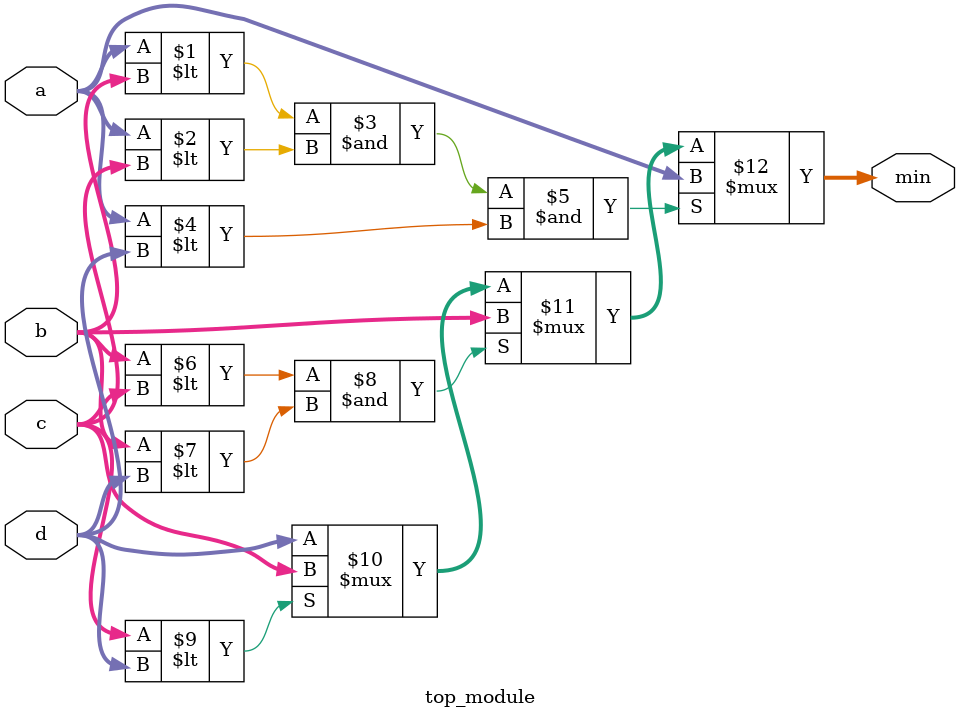
<source format=v>
module top_module (
    input [7:0] a, b, c, d,
    output [7:0] min);//

    // assign intermediate_result1 = compare? true: false;
    assign min = ((a < b) & (a < c) & (a < d)) ? a : ((b < c) & (b < d)) ? b : ((c < d)) ? c : d;

endmodule

</source>
